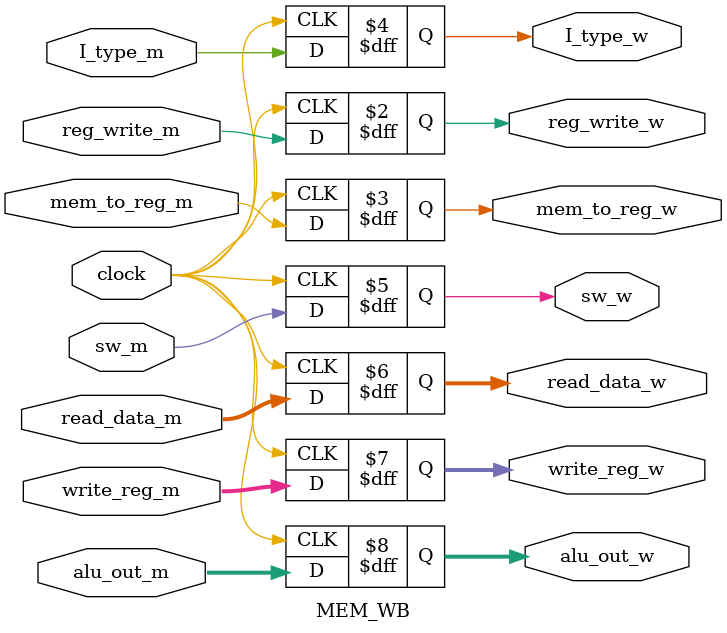
<source format=v>
module IF_ID(clock, sig_flush, pc_plus4f, instruct_f, pc_plus4d, instruct_d);
input clock;
input sig_flush;
input [31:0] pc_plus4f;
input [31:0] instruct_f;
output reg[31:0] pc_plus4d;
output reg[31:0] instruct_d;

always@(posedge clock) begin
    if (sig_flush == 1) begin
        instruct_d <= 32'b0;
        pc_plus4d <= 0;
    end
    else begin
        instruct_d <= instruct_f;
        pc_plus4d <= pc_plus4f;
    end
end
endmodule



module ID_EX(
input clock,
input sig_stall,
input reg_write_d,mem_to_reg_d,mem_write_d,alu_src_d,
input reg_dst_d, mem_read_d, sig_shamp_d, I_type_d,sw_d,
input [4:0] alu_control_d, 
input [4:0] rs_address_d, rt_address_d, rd_address_d, shamp_d,
input [31:0] extend_num_d, 
output reg reg_write_e,mem_to_reg_e,mem_write_e,
output reg alu_src_e, reg_dst_e, mem_read_e, sig_shamp_e, I_type_e,sw_e,
output reg[4:0] alu_control_e, 
output reg[4:0] rs_address_e, rt_address_e, rd_address_e, shamp_e,
output reg[31:0] extend_num_e
);

always@(posedge clock) begin
    if (sig_stall == 1) begin
        // reg_write_e <= 0;
        // mem_to_reg_e <= 0;
        // mem_write_e <= 0;
        // //sig_branch_e <= sig_branch_d;
        // alu_src_e <= 0;
        // reg_dst_e <= 0;
        // mem_read_e <= 0;
        // extend_num_e <= 0;
        // alu_control_e <= 0;
        // // instruction_e <= 0;
        // rs_address_e <= 0;
        // rt_address_e <= 0;
        // rd_address_e <= 0;
        // shamp_e <= 0;
        // sig_shamp_e <= 0;
        // I_type_e <= 0;
        // sw_e <= 0;
        
        reg_write_e <= 0; //
        mem_to_reg_e <= mem_to_reg_d;
        mem_write_e <= 0;
        //sig_branch_e <= 1'b0;
        alu_control_e <= alu_control_d; //
        alu_src_e <= alu_src_d;
        reg_dst_e <= reg_dst_d;
        rs_address_e <= rs_address_d;
        rt_address_e <= rt_address_d;
        rd_address_e <= rd_address_d;
        extend_num_e <= extend_num_d;
        shamp_e <= shamp_d;
        sig_shamp_e <= sig_shamp_d;
        mem_read_e <= mem_read_d;
        sw_e <= 0;

    end
    else begin
        reg_write_e <= reg_write_d;
        mem_to_reg_e <= mem_to_reg_d;
        mem_write_e <= mem_write_d;
        //sig_branch_e <= sig_branch_d;
        alu_src_e <= alu_src_d;
        reg_dst_e <= reg_dst_d;
        mem_read_e <= mem_read_d;
        extend_num_e <= extend_num_d;
        alu_control_e <= alu_control_d;
        // instruction_e <= instruction_d;
        rs_address_e <= rs_address_d;
        rt_address_e <= rt_address_d;
        rd_address_e <= rd_address_d;
        shamp_e <= shamp_d;
        sig_shamp_e <= sig_shamp_d;
        I_type_e <= I_type_d;
        sw_e <= sw_d;
    end

    // reg_write_e <= reg_write_d;
    // mem_to_reg_e <= mem_to_reg_d;
    // mem_write_e <= mem_write_d;
    // //sig_branch_e <= sig_branch_d;
    // alu_src_e <= alu_src_d;
    // reg_dst_e <= reg_dst_d;
    // mem_read_e <= mem_read_d;
    // extend_num_e <= extend_num_d;
    // alu_control_e <= alu_control_d;
    // // instruction_e <= instruction_d;
    // rs_address_e <= rs_address_d;
    // rt_address_e <= rt_address_d;
    // rd_address_e <= rd_address_d;
    // shamp_e <= shamp_d;
    // sig_shamp_e <= sig_shamp_d;
    // I_type_e <= I_type_d;
    // sw_e <= sw_d;

end
endmodule


module EX_MEM(
input clock, reg_write_e,mem_to_reg_e,mem_write_e, mem_read_e, I_type_e, sw_e,
input[31:0] write_data_e, 
input[4:0] write_reg_e, rd_address_e,
input[31:0] alu_out_e,
output reg reg_write_m,mem_to_reg_m,mem_write_m, mem_read_m, I_type_m, sw_m,
output reg[31:0] write_data_m, 
output reg[4:0] write_reg_m, rd_address_m,
output reg[31:0] alu_out_m
);
always @(posedge clock) begin
    reg_write_m <= reg_write_e;
    mem_to_reg_m <= mem_to_reg_e;
    mem_write_m <= mem_write_e;
    mem_read_m <= mem_read_e;
    alu_out_m <= alu_out_e;
    write_data_m <= write_data_e;
    write_reg_m <= write_reg_e;
    rd_address_m <= rd_address_e;
    I_type_m <= I_type_e;
    sw_m <= sw_e;
end
endmodule


module MEM_WB(
input clock, 
input reg_write_m,mem_to_reg_m,I_type_m, sw_m,
input [31:0] read_data_m, 
input [4:0] write_reg_m,
input [31:0] alu_out_m,
output reg reg_write_w,mem_to_reg_w, I_type_w, sw_w,
output reg[31:0] read_data_w, 
output reg[4:0] write_reg_w,
output reg[31:0] alu_out_w
);
always @(posedge clock) begin
    reg_write_w <= reg_write_m;
    mem_to_reg_w <= mem_to_reg_m;
    read_data_w <= read_data_m;
    write_reg_w <= write_reg_m;
    alu_out_w <= alu_out_m;
    I_type_w <= I_type_m;
    sw_w <= sw_m;
end

endmodule
</source>
